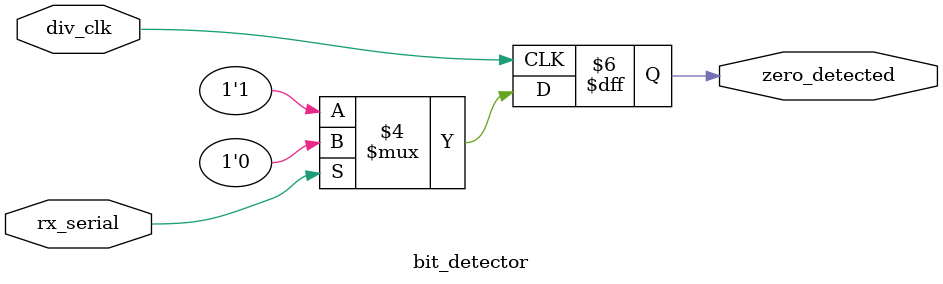
<source format=sv>
module bit_detector (
    input logic div_clk,
    input logic rx_serial,
    output logic zero_detected
);
always_ff @(posedge div_clk) begin
    if (rx_serial == 1'b0) begin
        zero_detected = 1'b1;
    end else begin
        zero_detected = 1'b0;
    end
end

endmodule
</source>
